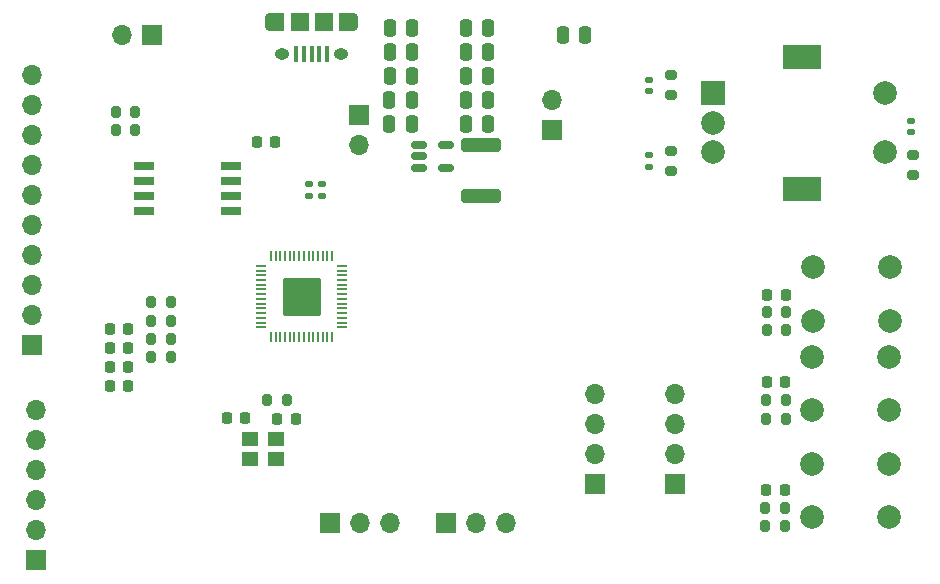
<source format=gts>
G04 #@! TF.GenerationSoftware,KiCad,Pcbnew,(6.0.7)*
G04 #@! TF.CreationDate,2022-09-29T16:42:06-04:00*
G04 #@! TF.ProjectId,powerboard,706f7765-7262-46f6-9172-642e6b696361,rev?*
G04 #@! TF.SameCoordinates,Original*
G04 #@! TF.FileFunction,Soldermask,Top*
G04 #@! TF.FilePolarity,Negative*
%FSLAX46Y46*%
G04 Gerber Fmt 4.6, Leading zero omitted, Abs format (unit mm)*
G04 Created by KiCad (PCBNEW (6.0.7)) date 2022-09-29 16:42:06*
%MOMM*%
%LPD*%
G01*
G04 APERTURE LIST*
G04 Aperture macros list*
%AMRoundRect*
0 Rectangle with rounded corners*
0 $1 Rounding radius*
0 $2 $3 $4 $5 $6 $7 $8 $9 X,Y pos of 4 corners*
0 Add a 4 corners polygon primitive as box body*
4,1,4,$2,$3,$4,$5,$6,$7,$8,$9,$2,$3,0*
0 Add four circle primitives for the rounded corners*
1,1,$1+$1,$2,$3*
1,1,$1+$1,$4,$5*
1,1,$1+$1,$6,$7*
1,1,$1+$1,$8,$9*
0 Add four rect primitives between the rounded corners*
20,1,$1+$1,$2,$3,$4,$5,0*
20,1,$1+$1,$4,$5,$6,$7,0*
20,1,$1+$1,$6,$7,$8,$9,0*
20,1,$1+$1,$8,$9,$2,$3,0*%
G04 Aperture macros list end*
%ADD10C,2.000000*%
%ADD11RoundRect,0.200000X0.200000X0.275000X-0.200000X0.275000X-0.200000X-0.275000X0.200000X-0.275000X0*%
%ADD12R,1.700000X1.700000*%
%ADD13O,1.700000X1.700000*%
%ADD14R,0.400000X1.350000*%
%ADD15O,0.890000X1.550000*%
%ADD16R,1.500000X1.550000*%
%ADD17R,1.200000X1.550000*%
%ADD18O,1.250000X0.950000*%
%ADD19RoundRect,0.225000X0.225000X0.250000X-0.225000X0.250000X-0.225000X-0.250000X0.225000X-0.250000X0*%
%ADD20RoundRect,0.250000X-0.250000X-0.475000X0.250000X-0.475000X0.250000X0.475000X-0.250000X0.475000X0*%
%ADD21RoundRect,0.250000X0.250000X0.475000X-0.250000X0.475000X-0.250000X-0.475000X0.250000X-0.475000X0*%
%ADD22RoundRect,0.225000X-0.225000X-0.250000X0.225000X-0.250000X0.225000X0.250000X-0.225000X0.250000X0*%
%ADD23RoundRect,0.218750X-0.218750X-0.256250X0.218750X-0.256250X0.218750X0.256250X-0.218750X0.256250X0*%
%ADD24RoundRect,0.200000X-0.200000X-0.275000X0.200000X-0.275000X0.200000X0.275000X-0.200000X0.275000X0*%
%ADD25RoundRect,0.140000X0.170000X-0.140000X0.170000X0.140000X-0.170000X0.140000X-0.170000X-0.140000X0*%
%ADD26RoundRect,0.200000X-0.275000X0.200000X-0.275000X-0.200000X0.275000X-0.200000X0.275000X0.200000X0*%
%ADD27RoundRect,0.140000X-0.170000X0.140000X-0.170000X-0.140000X0.170000X-0.140000X0.170000X0.140000X0*%
%ADD28RoundRect,0.150000X-0.512500X-0.150000X0.512500X-0.150000X0.512500X0.150000X-0.512500X0.150000X0*%
%ADD29R,2.000000X2.000000*%
%ADD30R,3.200000X2.000000*%
%ADD31R,1.700000X0.650000*%
%ADD32R,1.400000X1.200000*%
%ADD33RoundRect,0.135000X0.185000X-0.135000X0.185000X0.135000X-0.185000X0.135000X-0.185000X-0.135000X0*%
%ADD34RoundRect,0.200000X0.275000X-0.200000X0.275000X0.200000X-0.275000X0.200000X-0.275000X-0.200000X0*%
%ADD35RoundRect,0.050000X-0.387500X-0.050000X0.387500X-0.050000X0.387500X0.050000X-0.387500X0.050000X0*%
%ADD36RoundRect,0.050000X-0.050000X-0.387500X0.050000X-0.387500X0.050000X0.387500X-0.050000X0.387500X0*%
%ADD37RoundRect,0.144000X-1.456000X-1.456000X1.456000X-1.456000X1.456000X1.456000X-1.456000X1.456000X0*%
%ADD38RoundRect,0.250000X1.450000X-0.312500X1.450000X0.312500X-1.450000X0.312500X-1.450000X-0.312500X0*%
G04 APERTURE END LIST*
D10*
X125500200Y-37374000D03*
X119000200Y-37374000D03*
X125500200Y-41874000D03*
X119000200Y-41874000D03*
D11*
X74485000Y-48615600D03*
X72835000Y-48615600D03*
D12*
X87975200Y-58978800D03*
D13*
X90515200Y-58978800D03*
X93055200Y-58978800D03*
D14*
X77881000Y-19337000D03*
X77231000Y-19337000D03*
X76581000Y-19337000D03*
X75931000Y-19337000D03*
X75281000Y-19337000D03*
D15*
X80081000Y-16637000D03*
D16*
X75581000Y-16637000D03*
D17*
X79481000Y-16637000D03*
D18*
X74081000Y-19337000D03*
D15*
X73081000Y-16637000D03*
D18*
X79081000Y-19337000D03*
D16*
X77581000Y-16637000D03*
D17*
X73681000Y-16637000D03*
D19*
X70955200Y-50165000D03*
X69405200Y-50165000D03*
D20*
X89626400Y-25196800D03*
X91526400Y-25196800D03*
D10*
X125424000Y-54036400D03*
X118924000Y-54036400D03*
X125424000Y-58536400D03*
X118924000Y-58536400D03*
D21*
X85051750Y-23195200D03*
X83151750Y-23195200D03*
D22*
X115150600Y-39700200D03*
X116700600Y-39700200D03*
D23*
X59461300Y-45821600D03*
X61036300Y-45821600D03*
D21*
X85051750Y-25227200D03*
X83151750Y-25227200D03*
D24*
X114999000Y-59306400D03*
X116649000Y-59306400D03*
D12*
X107340400Y-55676800D03*
D13*
X107340400Y-53136800D03*
X107340400Y-50596800D03*
X107340400Y-48056800D03*
D25*
X127330200Y-25905400D03*
X127330200Y-24945400D03*
D19*
X73495200Y-26720800D03*
X71945200Y-26720800D03*
D12*
X53219200Y-62153800D03*
D13*
X53219200Y-59613800D03*
X53219200Y-57073800D03*
X53219200Y-54533800D03*
X53219200Y-51993800D03*
X53219200Y-49453800D03*
D22*
X115074400Y-56184800D03*
X116624400Y-56184800D03*
D21*
X85077150Y-19131200D03*
X83177150Y-19131200D03*
D22*
X115125200Y-47040800D03*
X116675200Y-47040800D03*
D24*
X60008000Y-24180800D03*
X61658000Y-24180800D03*
X115075200Y-50215800D03*
X116725200Y-50215800D03*
D26*
X107035600Y-21120600D03*
X107035600Y-22770600D03*
D25*
X105105200Y-22463400D03*
X105105200Y-21503400D03*
D27*
X105105200Y-27891800D03*
X105105200Y-28851800D03*
D11*
X64629800Y-40335200D03*
X62979800Y-40335200D03*
X116750600Y-41173400D03*
X115100600Y-41173400D03*
D12*
X78094600Y-58978800D03*
D13*
X80634600Y-58978800D03*
X83174600Y-58978800D03*
D12*
X100533600Y-55676800D03*
D13*
X100533600Y-53136800D03*
X100533600Y-50596800D03*
X100533600Y-48056800D03*
D20*
X89626400Y-21183600D03*
X91526400Y-21183600D03*
D12*
X63068200Y-17729200D03*
D13*
X60528200Y-17729200D03*
D11*
X64629800Y-44983400D03*
X62979800Y-44983400D03*
D28*
X85656650Y-27020400D03*
X85656650Y-27970400D03*
X85656650Y-28920400D03*
X87931650Y-28920400D03*
X87931650Y-27020400D03*
D29*
X110580600Y-22646000D03*
D10*
X110580600Y-27646000D03*
X110580600Y-25146000D03*
D30*
X118080600Y-30746000D03*
X118080600Y-19546000D03*
D10*
X125080600Y-27646000D03*
X125080600Y-22646000D03*
D11*
X64629800Y-41884600D03*
X62979800Y-41884600D03*
D22*
X73672400Y-50215800D03*
X75222400Y-50215800D03*
D21*
X85074800Y-17119600D03*
X83174800Y-17119600D03*
D24*
X115100600Y-42646600D03*
X116750600Y-42646600D03*
D20*
X89626400Y-23190200D03*
X91526400Y-23190200D03*
D31*
X62415400Y-28752800D03*
X62415400Y-30022800D03*
X62415400Y-31292800D03*
X62415400Y-32562800D03*
X69715400Y-32562800D03*
X69715400Y-31292800D03*
X69715400Y-30022800D03*
X69715400Y-28752800D03*
D32*
X73540800Y-51905800D03*
X71340800Y-51905800D03*
X71340800Y-53605800D03*
X73540800Y-53605800D03*
D23*
X59461300Y-42595800D03*
X61036300Y-42595800D03*
X59461300Y-44196000D03*
X61036300Y-44196000D03*
D20*
X89626400Y-19177000D03*
X91526400Y-19177000D03*
D33*
X76377800Y-31294800D03*
X76377800Y-30274800D03*
D11*
X116649000Y-57734200D03*
X114999000Y-57734200D03*
D23*
X59461300Y-47447200D03*
X61036300Y-47447200D03*
D11*
X116725200Y-48641000D03*
X115075200Y-48641000D03*
D12*
X96926400Y-25709800D03*
D13*
X96926400Y-23169800D03*
D21*
X85077150Y-21163200D03*
X83177150Y-21163200D03*
D10*
X125449400Y-44943200D03*
X118949400Y-44943200D03*
X118949400Y-49443200D03*
X125449400Y-49443200D03*
D34*
X107035600Y-29196800D03*
X107035600Y-27546800D03*
D12*
X80545750Y-24460200D03*
D13*
X80545750Y-27000200D03*
D35*
X72276900Y-37245650D03*
X72276900Y-37645650D03*
X72276900Y-38045650D03*
X72276900Y-38445650D03*
X72276900Y-38845650D03*
X72276900Y-39245650D03*
X72276900Y-39645650D03*
X72276900Y-40045650D03*
X72276900Y-40445650D03*
X72276900Y-40845650D03*
X72276900Y-41245650D03*
X72276900Y-41645650D03*
X72276900Y-42045650D03*
X72276900Y-42445650D03*
D36*
X73114400Y-43283150D03*
X73514400Y-43283150D03*
X73914400Y-43283150D03*
X74314400Y-43283150D03*
X74714400Y-43283150D03*
X75114400Y-43283150D03*
X75514400Y-43283150D03*
X75914400Y-43283150D03*
X76314400Y-43283150D03*
X76714400Y-43283150D03*
X77114400Y-43283150D03*
X77514400Y-43283150D03*
X77914400Y-43283150D03*
X78314400Y-43283150D03*
D35*
X79151900Y-42445650D03*
X79151900Y-42045650D03*
X79151900Y-41645650D03*
X79151900Y-41245650D03*
X79151900Y-40845650D03*
X79151900Y-40445650D03*
X79151900Y-40045650D03*
X79151900Y-39645650D03*
X79151900Y-39245650D03*
X79151900Y-38845650D03*
X79151900Y-38445650D03*
X79151900Y-38045650D03*
X79151900Y-37645650D03*
X79151900Y-37245650D03*
D36*
X78314400Y-36408150D03*
X77914400Y-36408150D03*
X77514400Y-36408150D03*
X77114400Y-36408150D03*
X76714400Y-36408150D03*
X76314400Y-36408150D03*
X75914400Y-36408150D03*
X75514400Y-36408150D03*
X75114400Y-36408150D03*
X74714400Y-36408150D03*
X74314400Y-36408150D03*
X73914400Y-36408150D03*
X73514400Y-36408150D03*
X73114400Y-36408150D03*
D37*
X75714400Y-39845650D03*
D34*
X127457200Y-29527000D03*
X127457200Y-27877000D03*
D38*
X90881200Y-31322100D03*
X90881200Y-27047100D03*
D12*
X52933600Y-43967400D03*
D13*
X52933600Y-41427400D03*
X52933600Y-38887400D03*
X52933600Y-36347400D03*
X52933600Y-33807400D03*
X52933600Y-31267400D03*
X52933600Y-28727400D03*
X52933600Y-26187400D03*
X52933600Y-23647400D03*
X52933600Y-21107400D03*
D20*
X89626400Y-17145000D03*
X91526400Y-17145000D03*
D24*
X59982600Y-25781000D03*
X61632600Y-25781000D03*
D20*
X97856000Y-17729200D03*
X99756000Y-17729200D03*
D11*
X64629800Y-43434000D03*
X62979800Y-43434000D03*
D33*
X77444600Y-31294800D03*
X77444600Y-30274800D03*
M02*

</source>
